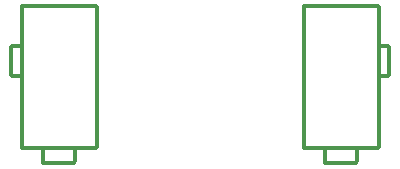
<source format=gts>
G04 #@! TF.GenerationSoftware,KiCad,Pcbnew,(5.1.10-1-10_14)*
G04 #@! TF.CreationDate,2021-09-11T20:11:04+10:00*
G04 #@! TF.ProjectId,WTL-Split-Plates-Right,57544c2d-5370-46c6-9974-2d506c617465,rev?*
G04 #@! TF.SameCoordinates,Original*
G04 #@! TF.FileFunction,Soldermask,Top*
G04 #@! TF.FilePolarity,Negative*
%FSLAX46Y46*%
G04 Gerber Fmt 4.6, Leading zero omitted, Abs format (unit mm)*
G04 Created by KiCad (PCBNEW (5.1.10-1-10_14)) date 2021-09-11 20:11:04*
%MOMM*%
%LPD*%
G01*
G04 APERTURE LIST*
%ADD10O,3.048000X0.304800*%
%ADD11O,0.304800X1.473200*%
%ADD12O,1.168400X0.304800*%
%ADD13O,6.654800X0.304800*%
%ADD14O,0.304800X12.293600*%
%ADD15O,0.304800X2.794000*%
G04 APERTURE END LIST*
D10*
X139668250Y-145884900D03*
D11*
X141039850Y-145224500D03*
X138296650Y-145224500D03*
D12*
X136061450Y-138468100D03*
D13*
X139668250Y-144564100D03*
D14*
X142843250Y-138569700D03*
X136493250Y-138569700D03*
D15*
X135629650Y-137223500D03*
D12*
X136061450Y-135978900D03*
D13*
X139668250Y-132575300D03*
D12*
X167151050Y-138468100D03*
D11*
X164915850Y-145224500D03*
D12*
X167151050Y-135978900D03*
D11*
X162172650Y-145224500D03*
D15*
X167582850Y-137223500D03*
D14*
X166719250Y-138569700D03*
D13*
X163544250Y-144564100D03*
D14*
X160369250Y-138569700D03*
D13*
X163544250Y-132575300D03*
D10*
X163544250Y-145884900D03*
M02*

</source>
